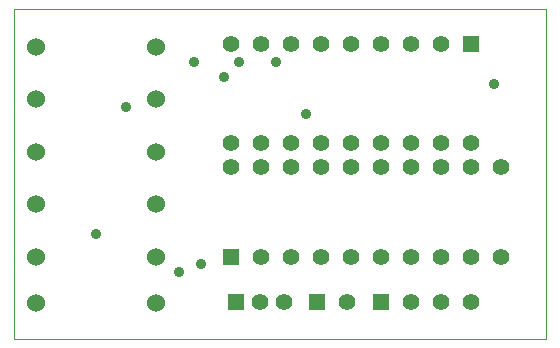
<source format=gts>
G04 (created by PCBNEW (2013-05-31 BZR 4019)-stable) date 3/12/2014 4:46:27 PM*
%MOIN*%
G04 Gerber Fmt 3.4, Leading zero omitted, Abs format*
%FSLAX34Y34*%
G01*
G70*
G90*
G04 APERTURE LIST*
%ADD10C,0.00590551*%
%ADD11C,0.00393701*%
%ADD12R,0.055X0.055*%
%ADD13C,0.055*%
%ADD14C,0.06*%
%ADD15C,0.035*%
G04 APERTURE END LIST*
G54D10*
G54D11*
X24000Y-10750D02*
X6250Y-10750D01*
X24000Y-10750D02*
X24000Y-21750D01*
X6250Y-21750D02*
X24000Y-21750D01*
X6250Y-10750D02*
X6250Y-21750D01*
G54D12*
X21500Y-11900D03*
G54D13*
X20500Y-11900D03*
X19500Y-11900D03*
X18500Y-11900D03*
X17500Y-11900D03*
X16500Y-11900D03*
X15500Y-11900D03*
X14500Y-11900D03*
X13500Y-11900D03*
X13500Y-15200D03*
X14500Y-15200D03*
X15500Y-15200D03*
X16500Y-15200D03*
X17500Y-15200D03*
X18500Y-15200D03*
X19500Y-15200D03*
X20500Y-15200D03*
X21500Y-15200D03*
G54D12*
X13650Y-20500D03*
G54D13*
X14450Y-20500D03*
X15250Y-20500D03*
G54D12*
X13500Y-19000D03*
G54D13*
X14500Y-19000D03*
X15500Y-19000D03*
X16500Y-19000D03*
X17500Y-19000D03*
X18500Y-19000D03*
X19500Y-19000D03*
X20500Y-19000D03*
X21500Y-19000D03*
X22500Y-19000D03*
X22500Y-16000D03*
X21500Y-16000D03*
X20500Y-16000D03*
X19500Y-16000D03*
X18500Y-16000D03*
X17500Y-16000D03*
X16500Y-16000D03*
X15500Y-16000D03*
X14500Y-16000D03*
X13500Y-16000D03*
G54D14*
X7000Y-13750D03*
X11000Y-13750D03*
X11000Y-17250D03*
X7000Y-17250D03*
X11000Y-20550D03*
X7000Y-20550D03*
X7000Y-15500D03*
X11000Y-15500D03*
X11000Y-12000D03*
X7000Y-12000D03*
X7000Y-19000D03*
X11000Y-19000D03*
G54D12*
X18500Y-20500D03*
G54D13*
X19500Y-20500D03*
X20500Y-20500D03*
X21500Y-20500D03*
G54D12*
X16350Y-20500D03*
G54D13*
X17350Y-20500D03*
G54D15*
X9000Y-18250D03*
X10000Y-14000D03*
X13250Y-13000D03*
X15000Y-12500D03*
X13750Y-12500D03*
X12250Y-12500D03*
X12500Y-19250D03*
X22250Y-13250D03*
X16000Y-14250D03*
X11750Y-19500D03*
M02*

</source>
